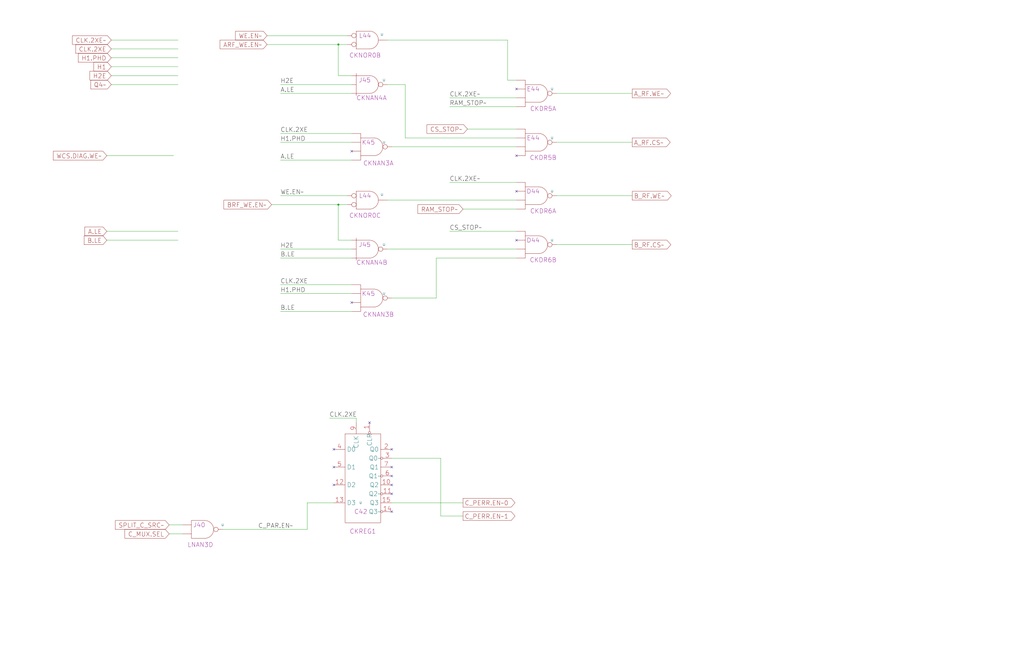
<source format=kicad_sch>
(kicad_sch (version 20220404) (generator eeschema)
  (paper "User" 584.2 378.46)
  (title_block (title "CLOCK GENERATION\\nRAM WRITE ENABLES") (date "15-MAR-90") (rev "1.0") (comment 1 "TYPE") (comment 2 "232-003062") (comment 3 "S400") (comment 4 "RELEASED"))
  (lib_symbols
    (symbol "r1000:F00" (pin_numbers hide) (pin_names hide)
      (property "Reference" "U" (at 15.24 0 0))
      (property "Value" "F00" (at 1.905 -5.08 0))
      (property "Location" "___" (at 1.905 0 0))
      (property "Name" "______" (at 2.54 -12.7 0))
      (symbol "F00_0_1"
        (polyline (pts (xy -2.54 -7.62) (xy 5.08 -7.62)) (stroke (width 0.1524)))
        (polyline (pts (xy -2.54 2.54) (xy -2.54 -7.62)) (stroke (width 0.1524)))
        (polyline (pts (xy -2.54 2.54) (xy 5.08 2.54)) (stroke (width 0.1524)))
        (arc (start 5.08 -7.62) (mid 10.1282 -2.54) (end 5.08 2.54) (stroke (width 0.1524)))
        (circle (center 11.43 -2.54) (radius 1.27) (stroke (width 0.1524)))
      )
      (symbol "F00_0_2"
        (circle (center -3.81 -5.08) (radius 1.27) (stroke (width 0.1524)))
        (circle (center -3.81 0) (radius 1.27) (stroke (width 0.1524)))
        (arc (start -3.175 -7.62) (mid -2.134 -2.54) (end -3.175 2.54) (stroke (width 0.1524)))
        (polyline (pts (xy -3.175 -7.62) (xy 3.81 -7.62)) (stroke (width 0.1524)))
        (polyline (pts (xy -3.175 2.54) (xy 3.81 2.54)) (stroke (width 0.1524)))
        (arc (start 3.81 -7.62) (mid 7.5855 -5.8306) (end 10.16 -2.54) (stroke (width 0.1524)))
        (arc (start 10.16 -2.54) (mid 7.5827 0.7471) (end 3.81 2.54) (stroke (width 0.1524)))
      )
      (symbol "F00_1_1"
        (pin input line (at -7.62 0 0) (length 5.08) (name "D0") (number "1"))
        (pin input line (at -7.62 -5.08 0) (length 5.08) (name "D1") (number "2"))
        (pin output line (at 15.24 -2.54 180) (length 2.54) (name "Q") (number "3"))
      )
      (symbol "F00_1_2"
        (pin input line (at -7.62 0 0) (length 2.54) (name "D0") (number "1"))
        (pin input line (at -7.62 -5.08 0) (length 2.54) (name "D1") (number "2"))
        (pin output line (at 15.24 -2.54 180) (length 5.08) (name "Q") (number "3"))
      )
    )
    (symbol "r1000:F02" (pin_numbers hide) (pin_names hide)
      (property "Reference" "U" (at 12.16 0.635 0))
      (property "Value" "F02" (at -1.27 -4.445 0))
      (property "Location" "___" (at 2.54 0 0))
      (property "Name" "______" (at 2.54 -12.7 0))
      (symbol "F02_0_1"
        (arc (start -3.81 -7.62) (mid -2.9847 -2.54) (end -3.81 2.54) (stroke (width 0.1524)))
        (polyline (pts (xy -5.08 -5.08) (xy -3.175 -5.08)) (stroke (width 0.1524)))
        (polyline (pts (xy -5.08 0) (xy -3.175 0)) (stroke (width 0.1524)))
        (polyline (pts (xy -3.81 -7.62) (xy 2.54 -7.62)) (stroke (width 0.1524)))
        (polyline (pts (xy -3.81 2.54) (xy 2.54 2.54)) (stroke (width 0.1524)))
        (polyline (pts (xy 13.97 -2.54) (xy 12.7 -2.54)) (stroke (width 0.1524)))
        (arc (start 2.54 -7.62) (mid 6.9515 -5.9823) (end 10.16 -2.54) (stroke (width 0.1524)))
        (arc (start 10.16 -2.54) (mid 6.9478 0.8966) (end 2.54 2.54) (stroke (width 0.1524)))
        (circle (center 11.43 -2.54) (radius 1.27) (stroke (width 0.1524)))
      )
      (symbol "F02_0_2"
        (circle (center -3.81 -5.08) (radius 1.27) (stroke (width 0.1524)))
        (circle (center -3.81 0) (radius 1.27) (stroke (width 0.1524)))
        (polyline (pts (xy -2.54 -7.62) (xy 5.08 -7.62)) (stroke (width 0.1524)))
        (polyline (pts (xy -2.54 2.54) (xy -2.54 -7.62)) (stroke (width 0.1524)))
        (polyline (pts (xy -2.54 2.54) (xy 5.08 2.54)) (stroke (width 0.1524)))
        (polyline (pts (xy 11.43 -2.54) (xy 10.16 -2.54)) (stroke (width 0.1524)))
        (polyline (pts (xy 11.43 -2.54) (xy 12.7 -2.54)) (stroke (width 0.1524)))
        (arc (start 5.08 -7.62) (mid 10.1282 -2.54) (end 5.08 2.54) (stroke (width 0.1524)))
      )
      (symbol "F02_1_1"
        (pin input line (at -7.62 0 0) (length 2.54) (name "D0") (number "1"))
        (pin input line (at -7.62 -5.08 0) (length 2.54) (name "D1") (number "2"))
        (pin output line (at 15.24 -2.54 180) (length 1.27) (name "Q") (number "3"))
      )
      (symbol "F02_1_2"
        (pin input line (at -7.62 0 0) (length 2.54) (name "D0") (number "1"))
        (pin input line (at -7.62 -5.08 0) (length 2.54) (name "D1") (number "2"))
        (pin output line (at 15.24 -2.54 180) (length 2.54) (name "Q") (number "3"))
      )
    )
    (symbol "r1000:F10" (pin_numbers hide) (pin_names hide)
      (property "Reference" "U" (at 13.335 0 0))
      (property "Value" "F10" (at 5.715 -5.08 0))
      (property "Location" "___" (at -1.27 0 0))
      (property "Name" "______" (at -2.54 -10.16 0))
      (symbol "F10_0_1"
        (polyline (pts (xy -2.54 -7.62) (xy 5.08 -7.62)) (stroke (width 0.1524)))
        (polyline (pts (xy -2.54 2.54) (xy 5.08 2.54)) (stroke (width 0.1524)))
        (polyline (pts (xy -2.54 3.81) (xy -2.54 -8.89)) (stroke (width 0.1524)))
        (arc (start 5.08 -7.62) (mid 10.1282 -2.54) (end 5.08 2.54) (stroke (width 0.1524)))
        (circle (center 11.43 -2.54) (radius 1.27) (stroke (width 0.1524)))
      )
      (symbol "F10_0_2"
        (circle (center -3.81 -7.62) (radius 1.27) (stroke (width 0.1524)))
        (circle (center -3.81 2.54) (radius 1.27) (stroke (width 0.1524)))
        (circle (center -3.175 -2.54) (radius 1.27) (stroke (width 0.1524)))
        (arc (start -2.54 -7.62) (mid -1.8195 -2.54) (end -2.54 2.54) (stroke (width 0.1524)))
        (polyline (pts (xy -4.445 -2.54) (xy -5.08 -2.54)) (stroke (width 0.1524)))
        (polyline (pts (xy -2.54 -7.62) (xy 5.08 -7.62)) (stroke (width 0.1524)))
        (polyline (pts (xy -2.54 2.54) (xy 5.08 2.54)) (stroke (width 0.1524)))
        (polyline (pts (xy 10.795 -2.54) (xy 12.7 -2.54)) (stroke (width 0.1524)))
        (arc (start 5.08 -7.62) (mid 8.4845 -5.6954) (end 10.795 -2.54) (stroke (width 0.1524)))
        (arc (start 10.795 -2.54) (mid 8.4807 0.6111) (end 5.08 2.54) (stroke (width 0.1524)))
      )
      (symbol "F10_1_1"
        (pin input line (at -5.08 2.54 0) (length 2.54) (name "D0") (number "1"))
        (pin input line (at -5.08 -2.54 0) (length 2.54) (name "D1") (number "2"))
        (pin input line (at -5.08 -7.62 0) (length 2.54) (name "D2") (number "3"))
        (pin output line (at 15.24 -2.54 180) (length 2.54) (name "Q") (number "4"))
      )
      (symbol "F10_1_2"
        (pin input line (at -5.08 2.54 0) (length 0) (name "D0") (number "1"))
        (pin input line (at -5.08 -2.54 0) (length 0) (name "D1") (number "2"))
        (pin input line (at -5.08 -7.62 0) (length 0) (name "D2") (number "3"))
        (pin output line (at 15.24 -2.54 180) (length 2.54) (name "Q") (number "4"))
      )
    )
    (symbol "r1000:F175" (pin_names (offset 1.016))
      (property "Reference" "U" (at 2.54 5.08 0))
      (property "Value" "F175" (at -1.27 -5.08 0))
      (property "Location" "___" (at -1.27 0 0))
      (property "Name" "______" (at 3.81 -12.7 0))
      (symbol "F175_1_1"
        (rectangle (start -6.35 44.45) (end 13.97 -6.35))
        (circle (center 7.62 45.085) (radius 0.635))
        (circle (center 14.605 0) (radius 0.635))
        (circle (center 14.605 10.16) (radius 0.635))
        (circle (center 14.605 20.32) (radius 0.635))
        (circle (center 14.605 30.48) (radius 0.635))
        (pin input line (at 7.62 50.8 270) (length 5.08) (name "CLR") (number "1"))
        (pin output line (at 20.32 15.24 180) (length 6.35) (name "Q2") (number "10"))
        (pin output line (at 20.32 10.16 180) (length 5.08) (name "Q2~") (number "11"))
        (pin input line (at -12.7 15.24 0) (length 6.35) (name "D2") (number "12"))
        (pin input line (at -12.7 5.08 0) (length 6.35) (name "D3") (number "13"))
        (pin output line (at 20.32 0 180) (length 5.08) (name "Q3~") (number "14"))
        (pin output line (at 20.32 5.08 180) (length 6.35) (name "Q3") (number "15"))
        (pin output line (at 20.32 35.56 180) (length 6.35) (name "Q0") (number "2"))
        (pin output line (at 20.32 30.48 180) (length 5.08) (name "Q0~") (number "3"))
        (pin input line (at -12.7 35.56 0) (length 6.35) (name "D0") (number "4"))
        (pin input line (at -12.7 25.4 0) (length 6.35) (name "D1") (number "5"))
        (pin output line (at 20.32 20.32 180) (length 5.08) (name "Q1~") (number "6"))
        (pin output line (at 20.32 25.4 180) (length 6.35) (name "Q1") (number "7"))
        (pin input line (at 0 50.8 270) (length 6.35) (name "CLK") (number "9"))
      )
    )
    (symbol "r1000:F20" (pin_numbers hide) (pin_names hide)
      (property "Reference" "U" (at 8.255 2.54 0))
      (property "Value" "F20" (at -0.635 -2.54 0))
      (property "Location" "___" (at -0.635 2.54 0))
      (property "Name" "______" (at 5.08 -10.795 0))
      (symbol "F20_0_1"
        (polyline (pts (xy -5.08 -5.08) (xy -5.08 -7.62)) (stroke (width 0.1524)))
        (polyline (pts (xy -5.08 5.08) (xy -5.08 -5.08)) (stroke (width 0.1524)))
        (polyline (pts (xy -5.08 7.62) (xy -5.08 5.08)) (stroke (width 0.1524)))
        (polyline (pts (xy 2.54 -5.08) (xy -5.08 -5.08)) (stroke (width 0.1524)))
        (polyline (pts (xy 2.54 5.08) (xy -5.08 5.08)) (stroke (width 0.1524)))
        (arc (start 2.54 -5.08) (mid 7.5882 0) (end 2.54 5.08) (stroke (width 0.1524)))
        (circle (center 8.89 0) (radius 1.27) (stroke (width 0.1524)))
      )
      (symbol "F20_0_2"
        (circle (center -7.62 -7.62) (radius 1.27) (stroke (width 0.1524)))
        (circle (center -7.62 7.62) (radius 1.27) (stroke (width 0.1524)))
        (circle (center -6.985 -2.54) (radius 1.27) (stroke (width 0.1524)))
        (circle (center -6.985 2.54) (radius 1.27) (stroke (width 0.1524)))
        (arc (start -6.35 -7.62) (mid -5.3975 0) (end -6.35 7.62) (stroke (width 0.1524)))
        (polyline (pts (xy -5.715 -5.08) (xy 1.27 -5.08)) (stroke (width 0.1524)))
        (polyline (pts (xy -5.715 5.08) (xy 1.27 5.08)) (stroke (width 0.1524)))
        (arc (start 1.27 -5.08) (mid 5.0518 -3.2985) (end 7.62 0) (stroke (width 0.1524)))
        (arc (start 7.62 0) (mid 5.0518 3.2985) (end 1.27 5.08) (stroke (width 0.1524)))
      )
      (symbol "F20_1_1"
        (pin input line (at -10.16 7.62 0) (length 5.08) (name "D0") (number "1"))
        (pin input line (at -10.16 2.54 0) (length 5.08) (name "D1") (number "2"))
        (pin input line (at -10.16 -2.54 0) (length 5.08) (name "D2") (number "4"))
        (pin input line (at -10.16 -7.62 0) (length 5.08) (name "D3") (number "5"))
        (pin output line (at 12.7 0 180) (length 2.54) (name "Q") (number "6"))
      )
      (symbol "F20_1_2"
        (pin input line (at -10.16 7.62 0) (length 1.27) (name "D0") (number "1"))
        (pin input line (at -10.16 2.54 0) (length 1.905) (name "D1") (number "2"))
        (pin input line (at -10.16 -2.54 0) (length 1.905) (name "D2") (number "4"))
        (pin input line (at -10.16 -7.62 0) (length 1.27) (name "D3") (number "5"))
        (pin output line (at 12.7 0 180) (length 5.08) (name "Q") (number "6"))
      )
    )
    (symbol "r1000:F40" (pin_numbers hide) (pin_names hide)
      (property "Reference" "U" (at 12.7 2.54 0))
      (property "Value" "F40" (at 1.905 -2.54 0))
      (property "Location" "___" (at 1.905 2.54 0))
      (property "Name" "______" (at 7.62 -10.16 0))
      (symbol "F40_0_0"
        (polyline (pts (xy -2.54 -5.08) (xy 5.08 -5.08)) (stroke (width 0.1524)))
        (polyline (pts (xy -2.54 5.08) (xy 5.08 5.08)) (stroke (width 0.1524)))
        (arc (start 5.08 -5.08) (mid 8.6721 -3.5921) (end 10.16 0) (stroke (width 0.1524)))
        (arc (start 10.16 0) (mid 8.6721 3.5921) (end 5.08 5.08) (stroke (width 0.1524)))
        (circle (center 11.43 0) (radius 1.27) (stroke (width 0.1524)))
      )
      (symbol "F40_0_1"
        (polyline (pts (xy -2.54 -5.08) (xy -2.54 -7.62)) (stroke (width 0.1524)))
        (polyline (pts (xy -2.54 5.08) (xy -2.54 -5.08)) (stroke (width 0.1524)))
        (polyline (pts (xy -2.54 7.62) (xy -2.54 5.08)) (stroke (width 0.1524)))
      )
      (symbol "F40_1_1"
        (pin input line (at -7.62 7.62 0) (length 5.08) (name "D0") (number "1"))
        (pin input line (at -7.62 2.54 0) (length 5.08) (name "D3") (number "2"))
        (pin input line (at -7.62 -2.54 0) (length 5.08) (name "D4") (number "4"))
        (pin input line (at -7.62 -7.62 0) (length 5.08) (name "D5") (number "5"))
        (pin output line (at 15.24 0 180) (length 2.54) (name "Q") (number "6"))
      )
    )
  )
  (junction (at 193.04 116.84))
  (junction (at 193.04 25.4))
  (no_connect (at 223.52 266.7))
  (no_connect (at 294.64 50.8))
  (no_connect (at 223.52 292.1))
  (no_connect (at 223.52 271.78))
  (no_connect (at 200.66 86.36))
  (no_connect (at 294.64 109.22))
  (no_connect (at 190.5 256.54))
  (no_connect (at 190.5 266.7))
  (no_connect (at 190.5 276.86))
  (no_connect (at 210.82 241.3))
  (no_connect (at 223.52 276.86))
  (no_connect (at 223.52 256.54))
  (no_connect (at 294.64 137.16))
  (no_connect (at 294.64 88.9))
  (no_connect (at 223.52 281.94))
  (no_connect (at 200.66 172.72))
  (wire (pts (xy 317.5 111.76) (xy 360.68 111.76)))
  (wire (pts (xy 203.2 241.3) (xy 203.2 238.76)))
  (wire (pts (xy 220.98 114.3) (xy 294.64 114.3)))
  (wire (pts (xy 223.52 287.02) (xy 264.16 287.02)))
  (wire (pts (xy 193.04 25.4) (xy 198.12 25.4)))
  (wire (pts (xy 160.02 53.34) (xy 200.66 53.34)))
  (wire (pts (xy 160.02 177.8) (xy 200.66 177.8)))
  (wire (pts (xy 317.5 139.7) (xy 360.68 139.7)))
  (wire (pts (xy 251.46 294.64) (xy 264.16 294.64)))
  (wire (pts (xy 193.04 137.16) (xy 193.04 116.84)))
  (wire (pts (xy 60.96 132.08) (xy 101.6 132.08)))
  (wire (pts (xy 223.52 83.82) (xy 294.64 83.82)))
  (wire (pts (xy 60.96 88.9) (xy 99.06 88.9)))
  (wire (pts (xy 160.02 81.28) (xy 200.66 81.28)))
  (wire (pts (xy 231.14 48.26) (xy 220.98 48.26)))
  (wire (pts (xy 63.5 43.18) (xy 101.6 43.18)))
  (wire (pts (xy 154.94 116.84) (xy 193.04 116.84)))
  (wire (pts (xy 160.02 167.64) (xy 200.66 167.64)))
  (wire (pts (xy 63.5 33.02) (xy 101.6 33.02)))
  (wire (pts (xy 175.26 287.02) (xy 190.5 287.02)))
  (wire (pts (xy 251.46 261.62) (xy 251.46 294.64)))
  (wire (pts (xy 193.04 43.18) (xy 193.04 25.4)))
  (wire (pts (xy 231.14 78.74) (xy 231.14 48.26)))
  (wire (pts (xy 175.26 287.02) (xy 175.26 302.26)))
  (wire (pts (xy 63.5 38.1) (xy 101.6 38.1)))
  (wire (pts (xy 160.02 162.56) (xy 200.66 162.56)))
  (wire (pts (xy 63.5 22.86) (xy 101.6 22.86)))
  (wire (pts (xy 193.04 116.84) (xy 198.12 116.84)))
  (wire (pts (xy 256.54 104.14) (xy 294.64 104.14)))
  (wire (pts (xy 220.98 142.24) (xy 294.64 142.24)))
  (wire (pts (xy 152.4 25.4) (xy 193.04 25.4)))
  (wire (pts (xy 289.56 22.86) (xy 289.56 45.72)))
  (wire (pts (xy 160.02 91.44) (xy 200.66 91.44)))
  (wire (pts (xy 60.96 137.16) (xy 101.6 137.16)))
  (wire (pts (xy 289.56 45.72) (xy 294.64 45.72)))
  (wire (pts (xy 200.66 43.18) (xy 193.04 43.18)))
  (wire (pts (xy 294.64 78.74) (xy 231.14 78.74)))
  (wire (pts (xy 160.02 111.76) (xy 198.12 111.76)))
  (wire (pts (xy 256.54 132.08) (xy 294.64 132.08)))
  (wire (pts (xy 248.92 170.18) (xy 223.52 170.18)))
  (wire (pts (xy 63.5 27.94) (xy 101.6 27.94)))
  (wire (pts (xy 294.64 147.32) (xy 248.92 147.32)))
  (wire (pts (xy 223.52 261.62) (xy 251.46 261.62)))
  (wire (pts (xy 160.02 142.24) (xy 200.66 142.24)))
  (wire (pts (xy 256.54 60.96) (xy 294.64 60.96)))
  (wire (pts (xy 248.92 147.32) (xy 248.92 170.18)))
  (wire (pts (xy 96.52 304.8) (xy 104.14 304.8)))
  (wire (pts (xy 264.16 119.38) (xy 294.64 119.38)))
  (wire (pts (xy 160.02 48.26) (xy 200.66 48.26)))
  (wire (pts (xy 220.98 22.86) (xy 289.56 22.86)))
  (wire (pts (xy 200.66 137.16) (xy 193.04 137.16)))
  (wire (pts (xy 317.5 53.34) (xy 360.68 53.34)))
  (wire (pts (xy 175.26 302.26) (xy 127 302.26)))
  (wire (pts (xy 256.54 55.88) (xy 294.64 55.88)))
  (wire (pts (xy 266.7 73.66) (xy 294.64 73.66)))
  (wire (pts (xy 63.5 48.26) (xy 101.6 48.26)))
  (wire (pts (xy 317.5 81.28) (xy 360.68 81.28)))
  (wire (pts (xy 152.4 20.32) (xy 198.12 20.32)))
  (wire (pts (xy 160.02 147.32) (xy 200.66 147.32)))
  (wire (pts (xy 96.52 299.72) (xy 104.14 299.72)))
  (wire (pts (xy 187.96 238.76) (xy 203.2 238.76)))
  (wire (pts (xy 160.02 76.2) (xy 200.66 76.2)))
  (label "CLK.2XE~" (at 256.54 104.14 0) (effects (font (size 2.54 2.54))))
  (label "CLK.2XE" (at 160.02 162.56 0) (effects (font (size 2.54 2.54))))
  (label "A.LE" (at 160.02 53.34 0) (effects (font (size 2.54 2.54))))
  (label "A.LE" (at 160.02 91.44 0) (effects (font (size 2.54 2.54))))
  (label "B.LE" (at 160.02 177.8 0) (effects (font (size 2.54 2.54))))
  (label "CLK.2XE" (at 187.96 238.76 0) (effects (font (size 2.54 2.54))))
  (label "B.LE" (at 160.02 147.32 0) (effects (font (size 2.54 2.54))))
  (label "CLK.2XE" (at 160.02 76.2 0) (effects (font (size 2.54 2.54))))
  (label "WE.EN~" (at 160.02 111.76 0) (effects (font (size 2.54 2.54))))
  (label "H1.PHD" (at 160.02 167.64 0) (effects (font (size 2.54 2.54))))
  (label "H2E" (at 160.02 48.26 0) (effects (font (size 2.54 2.54))))
  (label "H2E" (at 160.02 142.24 0) (effects (font (size 2.54 2.54))))
  (label "RAM_STOP~" (at 256.54 60.96 0) (effects (font (size 2.54 2.54))))
  (label "C_PAR.EN~" (at 147.32 302.26 0) (effects (font (size 2.54 2.54))))
  (label "CLK.2XE~" (at 256.54 55.88 0) (effects (font (size 2.54 2.54))))
  (label "H1.PHD" (at 160.02 81.28 0) (effects (font (size 2.54 2.54))))
  (label "CS_STOP~" (at 256.54 132.08 0) (effects (font (size 2.54 2.54))))
  (global_label "A_RF.CS~" (shape output) (at 360.68 81.28 0) (effects (font (size 2.54 2.54))) (property "Intersheet References" "${INTERSHEET_REFS}" (at 382.3184 81.1213 0) (effects (font (size 1.905 1.905)) (justify left))))
  (global_label "H1" (shape input) (at 63.5 38.1 180) (effects (font (size 2.54 2.54))) (property "Intersheet References" "${INTERSHEET_REFS}" (at 53.594 37.9413 0) (effects (font (size 1.905 1.905)) (justify right))))
  (global_label "WCS.DIAG.WE~" (shape input) (at 60.96 88.9 180) (effects (font (size 2.54 2.54))) (property "Intersheet References" "${INTERSHEET_REFS}" (at 30.3711 88.7413 0) (effects (font (size 1.905 1.905)) (justify right))))
  (global_label "RAM_STOP~" (shape input) (at 264.16 119.38 180) (effects (font (size 2.54 2.54))) (property "Intersheet References" "${INTERSHEET_REFS}" (at 238.4092 119.2213 0) (effects (font (size 1.905 1.905)) (justify right))))
  (global_label "ARF_WE.EN~" (shape input) (at 152.4 25.4 180) (effects (font (size 2.54 2.54))) (property "Intersheet References" "${INTERSHEET_REFS}" (at 125.5607 25.2413 0) (effects (font (size 1.905 1.905)) (justify right))))
  (global_label "CLK.2XE~" (shape input) (at 63.5 22.86 180) (effects (font (size 2.54 2.54))) (property "Intersheet References" "${INTERSHEET_REFS}" (at 35.2092 22.7013 0) (effects (font (size 1.905 1.905)) (justify right))))
  (global_label "C_MUX.SEL" (shape input) (at 96.52 304.8 180) (effects (font (size 2.54 2.54))) (property "Intersheet References" "${INTERSHEET_REFS}" (at 71.253 304.6413 0) (effects (font (size 1.905 1.905)) (justify right))))
  (global_label "A.LE" (shape input) (at 60.96 132.08 180) (effects (font (size 2.54 2.54))) (property "Intersheet References" "${INTERSHEET_REFS}" (at 48.393 131.9213 0) (effects (font (size 1.905 1.905)) (justify right))))
  (global_label "CS_STOP~" (shape input) (at 266.7 73.66 180) (effects (font (size 2.54 2.54))) (property "Intersheet References" "${INTERSHEET_REFS}" (at 243.6102 73.5013 0) (effects (font (size 1.905 1.905)) (justify right))))
  (global_label "C_PERR.EN~0" (shape output) (at 264.16 287.02 0) (effects (font (size 2.54 2.54))) (property "Intersheet References" "${INTERSHEET_REFS}" (at 293.7812 286.8613 0) (effects (font (size 1.905 1.905)) (justify left))))
  (global_label "B_RF.CS~" (shape output) (at 360.68 139.7 0) (effects (font (size 2.54 2.54))) (property "Intersheet References" "${INTERSHEET_REFS}" (at 382.6812 139.5413 0) (effects (font (size 1.905 1.905)) (justify left))))
  (global_label "A_RF.WE~" (shape output) (at 360.68 53.34 0) (effects (font (size 2.54 2.54))) (property "Intersheet References" "${INTERSHEET_REFS}" (at 382.5603 53.1813 0) (effects (font (size 1.905 1.905)) (justify left))))
  (global_label "CLK.2XE" (shape input) (at 63.5 27.94 180) (effects (font (size 2.54 2.54))) (property "Intersheet References" "${INTERSHEET_REFS}" (at 37.0235 27.7813 0) (effects (font (size 1.905 1.905)) (justify right))))
  (global_label "H2E" (shape input) (at 63.5 43.18 180) (effects (font (size 2.54 2.54))) (property "Intersheet References" "${INTERSHEET_REFS}" (at 51.2959 43.0213 0) (effects (font (size 1.905 1.905)) (justify right))))
  (global_label "H1.PHD" (shape input) (at 63.5 33.02 180) (effects (font (size 2.54 2.54))) (property "Intersheet References" "${INTERSHEET_REFS}" (at 44.6435 32.8613 0) (effects (font (size 1.905 1.905)) (justify right))))
  (global_label "SPLIT_C_SRC~" (shape input) (at 96.52 299.72 180) (effects (font (size 2.54 2.54))) (property "Intersheet References" "${INTERSHEET_REFS}" (at 65.8102 299.5613 0) (effects (font (size 1.905 1.905)) (justify right))))
  (global_label "B_RF.WE~" (shape output) (at 360.68 111.76 0) (effects (font (size 2.54 2.54))) (property "Intersheet References" "${INTERSHEET_REFS}" (at 382.9231 111.6013 0) (effects (font (size 1.905 1.905)) (justify left))))
  (global_label "Q4~" (shape input) (at 63.5 48.26 180) (effects (font (size 2.54 2.54))) (property "Intersheet References" "${INTERSHEET_REFS}" (at 45.6111 48.1013 0) (effects (font (size 1.905 1.905)) (justify right))))
  (global_label "B.LE" (shape input) (at 60.96 137.16 180) (effects (font (size 2.54 2.54))) (property "Intersheet References" "${INTERSHEET_REFS}" (at 48.0302 137.0013 0) (effects (font (size 1.905 1.905)) (justify right))))
  (global_label "C_PERR.EN~1" (shape output) (at 264.16 294.64 0) (effects (font (size 2.54 2.54))) (property "Intersheet References" "${INTERSHEET_REFS}" (at 293.7812 294.4813 0) (effects (font (size 1.905 1.905)) (justify left))))
  (global_label "WE.EN~" (shape input) (at 152.4 20.32 180) (effects (font (size 2.54 2.54))) (property "Intersheet References" "${INTERSHEET_REFS}" (at 134.3902 20.1613 0) (effects (font (size 1.905 1.905)) (justify right))))
  (global_label "BRF_WE.EN~" (shape input) (at 154.94 116.84 180) (effects (font (size 2.54 2.54))) (property "Intersheet References" "${INTERSHEET_REFS}" (at 127.7378 116.6813 0) (effects (font (size 1.905 1.905)) (justify right))))
  (symbol (lib_id "r1000:F40") (at 302.26 53.34 0) (unit 1)
    (default_instance (reference "U") (unit 1) (value "") (footprint ""))
    (property "Reference" "U" (at 314.96 50.8 0))
    (property "Location" "E44" (at 304.165 50.8 0) (effects (font (size 2.54 2.54))))
    (property "Name" "CKDR5A" (at 309.88 63.5 0) (effects (font (size 2.54 2.54)) (justify bottom)))
  )
  (symbol (lib_id "r1000:F10") (at 205.74 139.7 0) (unit 1)
    (default_instance (reference "U") (unit 1) (value "") (footprint ""))
    (property "Reference" "U" (at 219.075 139.7 0))
    (property "Location" "J45" (at 204.47 139.7 0) (effects (font (size 2.54 2.54)) (justify left)))
    (property "Name" "CKNAN4B" (at 203.2 149.86 0) (effects (font (size 2.54 2.54)) (justify left)))
  )
  (symbol (lib_id "r1000:F175") (at 203.2 292.1 0) (unit 1)
    (default_instance (reference "U") (unit 1) (value "") (footprint ""))
    (property "Reference" "U" (at 205.74 287.02 0))
    (property "Location" "C42" (at 201.93 292.1 0) (effects (font (size 2.54 2.54)) (justify left)))
    (property "Name" "CKREG1" (at 207.01 304.8 0) (effects (font (size 2.54 2.54)) (justify bottom)))
  )
  (symbol (lib_id "r1000:F40") (at 302.26 139.7 0) (unit 1)
    (default_instance (reference "U") (unit 1) (value "") (footprint ""))
    (property "Reference" "U" (at 314.96 137.16 0))
    (property "Location" "D44" (at 304.165 137.16 0) (effects (font (size 2.54 2.54))))
    (property "Name" "CKDR6B" (at 309.88 149.86 0) (effects (font (size 2.54 2.54)) (justify bottom)))
  )
  (symbol (lib_id "r1000:F00") (at 111.76 299.72 0) (unit 1)
    (default_instance (reference "U") (unit 1) (value "") (footprint ""))
    (property "Reference" "U" (at 127 299.72 0))
    (property "Location" "J40" (at 113.665 299.72 0) (effects (font (size 2.54 2.54))))
    (property "Name" "LNAN3D" (at 114.3 312.42 0) (effects (font (size 2.54 2.54)) (justify bottom)))
  )
  (symbol (lib_id "r1000:F20") (at 210.82 83.82 0) (unit 1)
    (default_instance (reference "U") (unit 1) (value "") (footprint ""))
    (property "Reference" "U" (at 219.075 81.28 0))
    (property "Location" "K45" (at 210.185 81.28 0) (effects (font (size 2.54 2.54))))
    (property "Name" "CKNAN3A" (at 215.9 94.615 0) (effects (font (size 2.54 2.54)) (justify bottom)))
  )
  (symbol (lib_id "r1000:F40") (at 302.26 111.76 0) (unit 1)
    (default_instance (reference "U") (unit 1) (value "") (footprint ""))
    (property "Reference" "U" (at 314.96 109.22 0))
    (property "Location" "D44" (at 304.165 109.22 0) (effects (font (size 2.54 2.54))))
    (property "Name" "CKDR6A" (at 309.88 121.92 0) (effects (font (size 2.54 2.54)) (justify bottom)))
  )
  (symbol (lib_id "r1000:F02") (at 205.74 20.32 0) (unit 1) (convert 2)
    (default_instance (reference "U") (unit 1) (value "") (footprint ""))
    (property "Reference" "U" (at 217.9 19.685 0))
    (property "Location" "L44" (at 208.28 20.32 0) (effects (font (size 2.54 2.54))))
    (property "Name" "CKNOR0B" (at 208.28 33.02 0) (effects (font (size 2.54 2.54)) (justify bottom)))
  )
  (symbol (lib_id "r1000:F10") (at 205.74 45.72 0) (unit 1)
    (default_instance (reference "U") (unit 1) (value "") (footprint ""))
    (property "Reference" "U" (at 219.075 45.72 0))
    (property "Location" "J45" (at 204.47 45.72 0) (effects (font (size 2.54 2.54)) (justify left)))
    (property "Name" "CKNAN4A" (at 203.2 55.88 0) (effects (font (size 2.54 2.54)) (justify left)))
  )
  (symbol (lib_id "r1000:F20") (at 210.82 170.18 0) (unit 1)
    (default_instance (reference "U") (unit 1) (value "") (footprint ""))
    (property "Reference" "U" (at 219.075 167.64 0))
    (property "Location" "K45" (at 210.185 167.64 0) (effects (font (size 2.54 2.54))))
    (property "Name" "CKNAN3B" (at 215.9 180.975 0) (effects (font (size 2.54 2.54)) (justify bottom)))
  )
  (symbol (lib_id "r1000:F40") (at 302.26 81.28 0) (unit 1)
    (default_instance (reference "U") (unit 1) (value "") (footprint ""))
    (property "Reference" "U" (at 314.96 78.74 0))
    (property "Location" "E44" (at 304.165 78.74 0) (effects (font (size 2.54 2.54))))
    (property "Name" "CKDR5B" (at 309.88 91.44 0) (effects (font (size 2.54 2.54)) (justify bottom)))
  )
  (symbol (lib_id "r1000:F02") (at 205.74 111.76 0) (unit 1) (convert 2)
    (default_instance (reference "U") (unit 1) (value "") (footprint ""))
    (property "Reference" "U" (at 217.9 111.125 0))
    (property "Location" "L44" (at 208.28 111.76 0) (effects (font (size 2.54 2.54))))
    (property "Name" "CKNOR0C" (at 208.28 124.46 0) (effects (font (size 2.54 2.54)) (justify bottom)))
  )
)
</source>
